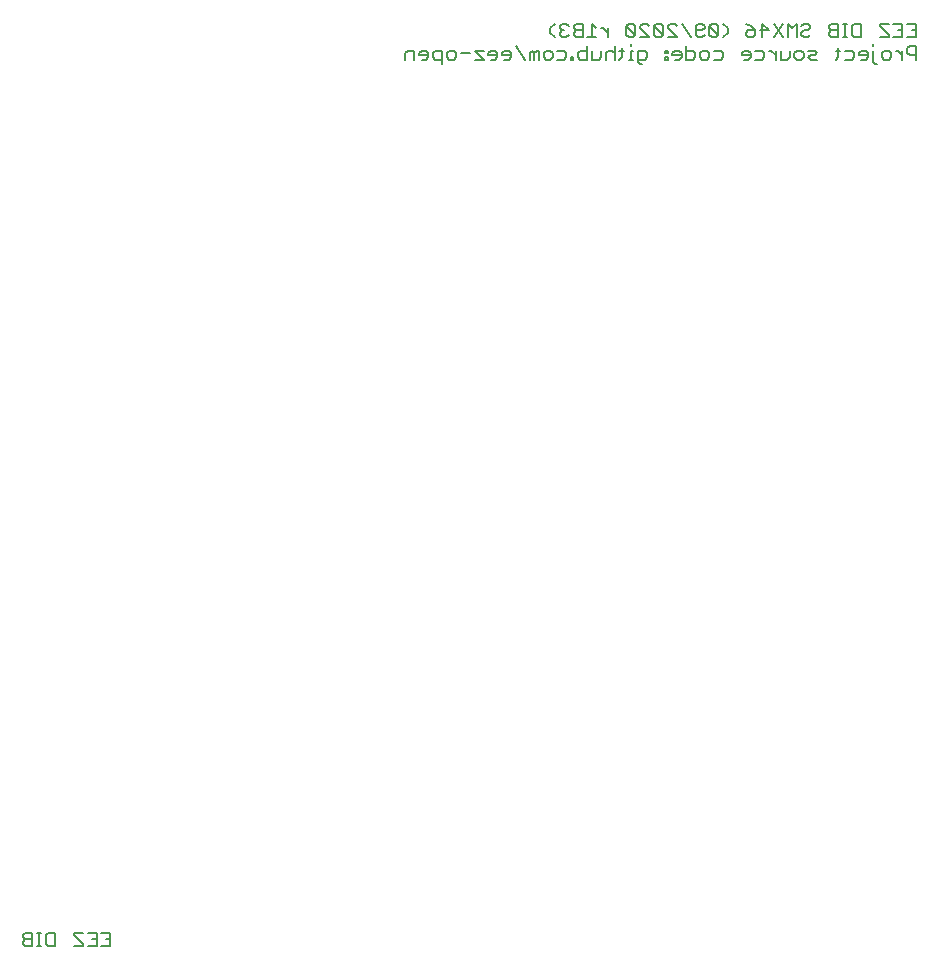
<source format=gbo>
G75*
%MOIN*%
%OFA0B0*%
%FSLAX25Y25*%
%IPPOS*%
%LPD*%
%AMOC8*
5,1,8,0,0,1.08239X$1,22.5*
%
%ADD10C,0.00500*%
D10*
X0359846Y0120520D02*
X0360597Y0119770D01*
X0362849Y0119770D01*
X0362849Y0124274D01*
X0360597Y0124274D01*
X0359846Y0123523D01*
X0359846Y0122772D01*
X0360597Y0122022D01*
X0362849Y0122022D01*
X0360597Y0122022D02*
X0359846Y0121271D01*
X0359846Y0120520D01*
X0364417Y0119770D02*
X0365918Y0119770D01*
X0365167Y0119770D02*
X0365167Y0124274D01*
X0364417Y0124274D02*
X0365918Y0124274D01*
X0367519Y0123523D02*
X0368270Y0124274D01*
X0370522Y0124274D01*
X0370522Y0119770D01*
X0368270Y0119770D01*
X0367519Y0120520D01*
X0367519Y0123523D01*
X0376727Y0123523D02*
X0379730Y0120520D01*
X0379730Y0119770D01*
X0376727Y0119770D01*
X0376727Y0123523D02*
X0376727Y0124274D01*
X0379730Y0124274D01*
X0381331Y0124274D02*
X0384334Y0124274D01*
X0384334Y0119770D01*
X0381331Y0119770D01*
X0382832Y0122022D02*
X0384334Y0122022D01*
X0385935Y0124274D02*
X0388938Y0124274D01*
X0388938Y0119770D01*
X0385935Y0119770D01*
X0387436Y0122022D02*
X0388938Y0122022D01*
X0487293Y0415254D02*
X0487293Y0417506D01*
X0488044Y0418256D01*
X0490296Y0418256D01*
X0490296Y0415254D01*
X0491897Y0416755D02*
X0494900Y0416755D01*
X0494900Y0416005D02*
X0494900Y0417506D01*
X0494149Y0418256D01*
X0492648Y0418256D01*
X0491897Y0417506D01*
X0491897Y0416755D01*
X0492648Y0415254D02*
X0494149Y0415254D01*
X0494900Y0416005D01*
X0496501Y0416005D02*
X0496501Y0417506D01*
X0497252Y0418256D01*
X0499503Y0418256D01*
X0499503Y0413753D01*
X0499503Y0415254D02*
X0497252Y0415254D01*
X0496501Y0416005D01*
X0501105Y0416005D02*
X0501105Y0417506D01*
X0501855Y0418256D01*
X0503357Y0418256D01*
X0504107Y0417506D01*
X0504107Y0416005D01*
X0503357Y0415254D01*
X0501855Y0415254D01*
X0501105Y0416005D01*
X0505709Y0417506D02*
X0508711Y0417506D01*
X0510313Y0418256D02*
X0513315Y0415254D01*
X0510313Y0415254D01*
X0510313Y0418256D02*
X0513315Y0418256D01*
X0514917Y0417506D02*
X0514917Y0416755D01*
X0517919Y0416755D01*
X0517919Y0416005D02*
X0517919Y0417506D01*
X0517169Y0418256D01*
X0515667Y0418256D01*
X0514917Y0417506D01*
X0515667Y0415254D02*
X0517169Y0415254D01*
X0517919Y0416005D01*
X0519521Y0416755D02*
X0522523Y0416755D01*
X0522523Y0416005D02*
X0522523Y0417506D01*
X0521772Y0418256D01*
X0520271Y0418256D01*
X0519521Y0417506D01*
X0519521Y0416755D01*
X0520271Y0415254D02*
X0521772Y0415254D01*
X0522523Y0416005D01*
X0524124Y0419758D02*
X0527127Y0415254D01*
X0528728Y0415254D02*
X0528728Y0417506D01*
X0529479Y0418256D01*
X0530230Y0417506D01*
X0530230Y0415254D01*
X0531731Y0415254D02*
X0531731Y0418256D01*
X0530980Y0418256D01*
X0530230Y0417506D01*
X0533332Y0417506D02*
X0533332Y0416005D01*
X0534083Y0415254D01*
X0535584Y0415254D01*
X0536335Y0416005D01*
X0536335Y0417506D01*
X0535584Y0418256D01*
X0534083Y0418256D01*
X0533332Y0417506D01*
X0537936Y0418256D02*
X0540188Y0418256D01*
X0540939Y0417506D01*
X0540939Y0416005D01*
X0540188Y0415254D01*
X0537936Y0415254D01*
X0542490Y0415254D02*
X0543241Y0415254D01*
X0543241Y0416005D01*
X0542490Y0416005D01*
X0542490Y0415254D01*
X0544842Y0416005D02*
X0544842Y0417506D01*
X0545593Y0418256D01*
X0547845Y0418256D01*
X0547845Y0419758D02*
X0547845Y0415254D01*
X0545593Y0415254D01*
X0544842Y0416005D01*
X0549446Y0415254D02*
X0549446Y0418256D01*
X0549446Y0415254D02*
X0551698Y0415254D01*
X0552449Y0416005D01*
X0552449Y0418256D01*
X0554050Y0417506D02*
X0554050Y0415254D01*
X0554050Y0417506D02*
X0554801Y0418256D01*
X0556302Y0418256D01*
X0557053Y0417506D01*
X0558621Y0418256D02*
X0560122Y0418256D01*
X0559371Y0419007D02*
X0559371Y0416005D01*
X0558621Y0415254D01*
X0557053Y0415254D02*
X0557053Y0419758D01*
X0554751Y0422754D02*
X0554751Y0425756D01*
X0554751Y0424255D02*
X0553249Y0425756D01*
X0552499Y0425756D01*
X0550914Y0425756D02*
X0549413Y0427258D01*
X0549413Y0422754D01*
X0550914Y0422754D02*
X0547911Y0422754D01*
X0546310Y0422754D02*
X0544058Y0422754D01*
X0543307Y0423505D01*
X0543307Y0424255D01*
X0544058Y0425006D01*
X0546310Y0425006D01*
X0546310Y0422754D02*
X0546310Y0427258D01*
X0544058Y0427258D01*
X0543307Y0426507D01*
X0543307Y0425756D01*
X0544058Y0425006D01*
X0541706Y0426507D02*
X0540955Y0427258D01*
X0539454Y0427258D01*
X0538704Y0426507D01*
X0538704Y0425756D01*
X0539454Y0425006D01*
X0538704Y0424255D01*
X0538704Y0423505D01*
X0539454Y0422754D01*
X0540955Y0422754D01*
X0541706Y0423505D01*
X0540205Y0425006D02*
X0539454Y0425006D01*
X0537102Y0427258D02*
X0535601Y0425756D01*
X0535601Y0424255D01*
X0537102Y0422754D01*
X0560956Y0423505D02*
X0561706Y0422754D01*
X0563208Y0422754D01*
X0563958Y0423505D01*
X0560956Y0426507D01*
X0560956Y0423505D01*
X0560956Y0426507D02*
X0561706Y0427258D01*
X0563208Y0427258D01*
X0563958Y0426507D01*
X0563958Y0423505D01*
X0565560Y0422754D02*
X0568562Y0422754D01*
X0565560Y0425756D01*
X0565560Y0426507D01*
X0566310Y0427258D01*
X0567812Y0427258D01*
X0568562Y0426507D01*
X0570164Y0426507D02*
X0573166Y0423505D01*
X0572416Y0422754D01*
X0570914Y0422754D01*
X0570164Y0423505D01*
X0570164Y0426507D01*
X0570914Y0427258D01*
X0572416Y0427258D01*
X0573166Y0426507D01*
X0573166Y0423505D01*
X0574768Y0422754D02*
X0577770Y0422754D01*
X0574768Y0425756D01*
X0574768Y0426507D01*
X0575518Y0427258D01*
X0577020Y0427258D01*
X0577770Y0426507D01*
X0579372Y0427258D02*
X0582374Y0422754D01*
X0583975Y0423505D02*
X0583975Y0426507D01*
X0584726Y0427258D01*
X0586227Y0427258D01*
X0586978Y0426507D01*
X0586978Y0425756D01*
X0586227Y0425006D01*
X0583975Y0425006D01*
X0583975Y0423505D02*
X0584726Y0422754D01*
X0586227Y0422754D01*
X0586978Y0423505D01*
X0588579Y0423505D02*
X0589330Y0422754D01*
X0590831Y0422754D01*
X0591582Y0423505D01*
X0588579Y0426507D01*
X0588579Y0423505D01*
X0588579Y0426507D02*
X0589330Y0427258D01*
X0590831Y0427258D01*
X0591582Y0426507D01*
X0591582Y0423505D01*
X0593150Y0422754D02*
X0594651Y0424255D01*
X0594651Y0425756D01*
X0593150Y0427258D01*
X0600857Y0427258D02*
X0602358Y0426507D01*
X0603859Y0425006D01*
X0601607Y0425006D01*
X0600857Y0424255D01*
X0600857Y0423505D01*
X0601607Y0422754D01*
X0603108Y0422754D01*
X0603859Y0423505D01*
X0603859Y0425006D01*
X0605460Y0425006D02*
X0608463Y0425006D01*
X0606211Y0427258D01*
X0606211Y0422754D01*
X0610064Y0422754D02*
X0613067Y0427258D01*
X0614668Y0427258D02*
X0614668Y0422754D01*
X0613067Y0422754D02*
X0610064Y0427258D01*
X0614668Y0427258D02*
X0616170Y0425756D01*
X0617671Y0427258D01*
X0617671Y0422754D01*
X0619272Y0423505D02*
X0620023Y0422754D01*
X0621524Y0422754D01*
X0622275Y0423505D01*
X0621524Y0425006D02*
X0620023Y0425006D01*
X0619272Y0424255D01*
X0619272Y0423505D01*
X0621524Y0425006D02*
X0622275Y0425756D01*
X0622275Y0426507D01*
X0621524Y0427258D01*
X0620023Y0427258D01*
X0619272Y0426507D01*
X0619222Y0418256D02*
X0619973Y0417506D01*
X0619973Y0416005D01*
X0619222Y0415254D01*
X0617721Y0415254D01*
X0616970Y0416005D01*
X0616970Y0417506D01*
X0617721Y0418256D01*
X0619222Y0418256D01*
X0621574Y0418256D02*
X0623826Y0418256D01*
X0624577Y0417506D01*
X0623826Y0416755D01*
X0622325Y0416755D01*
X0621574Y0416005D01*
X0622325Y0415254D01*
X0624577Y0415254D01*
X0630749Y0415254D02*
X0631499Y0416005D01*
X0631499Y0419007D01*
X0630749Y0418256D02*
X0632250Y0418256D01*
X0633851Y0418256D02*
X0636103Y0418256D01*
X0636854Y0417506D01*
X0636854Y0416005D01*
X0636103Y0415254D01*
X0633851Y0415254D01*
X0638455Y0416755D02*
X0641458Y0416755D01*
X0641458Y0416005D02*
X0641458Y0417506D01*
X0640707Y0418256D01*
X0639206Y0418256D01*
X0638455Y0417506D01*
X0638455Y0416755D01*
X0639206Y0415254D02*
X0640707Y0415254D01*
X0641458Y0416005D01*
X0643026Y0414503D02*
X0643026Y0418256D01*
X0643026Y0419758D02*
X0643026Y0420508D01*
X0645361Y0422754D02*
X0648364Y0422754D01*
X0648364Y0423505D01*
X0645361Y0426507D01*
X0645361Y0427258D01*
X0648364Y0427258D01*
X0649965Y0427258D02*
X0652968Y0427258D01*
X0652968Y0422754D01*
X0649965Y0422754D01*
X0651466Y0425006D02*
X0652968Y0425006D01*
X0654569Y0427258D02*
X0657572Y0427258D01*
X0657572Y0422754D01*
X0654569Y0422754D01*
X0656070Y0425006D02*
X0657572Y0425006D01*
X0657572Y0419758D02*
X0655320Y0419758D01*
X0654569Y0419007D01*
X0654569Y0417506D01*
X0655320Y0416755D01*
X0657572Y0416755D01*
X0657572Y0415254D02*
X0657572Y0419758D01*
X0652968Y0418256D02*
X0652968Y0415254D01*
X0652968Y0416755D02*
X0651466Y0418256D01*
X0650716Y0418256D01*
X0649131Y0417506D02*
X0649131Y0416005D01*
X0648380Y0415254D01*
X0646879Y0415254D01*
X0646128Y0416005D01*
X0646128Y0417506D01*
X0646879Y0418256D01*
X0648380Y0418256D01*
X0649131Y0417506D01*
X0644527Y0413753D02*
X0643776Y0413753D01*
X0643026Y0414503D01*
X0639156Y0422754D02*
X0636904Y0422754D01*
X0636153Y0423505D01*
X0636153Y0426507D01*
X0636904Y0427258D01*
X0639156Y0427258D01*
X0639156Y0422754D01*
X0634552Y0422754D02*
X0633051Y0422754D01*
X0633801Y0422754D02*
X0633801Y0427258D01*
X0633051Y0427258D02*
X0634552Y0427258D01*
X0631483Y0427258D02*
X0629231Y0427258D01*
X0628480Y0426507D01*
X0628480Y0425756D01*
X0629231Y0425006D01*
X0631483Y0425006D01*
X0631483Y0422754D02*
X0631483Y0427258D01*
X0629231Y0425006D02*
X0628480Y0424255D01*
X0628480Y0423505D01*
X0629231Y0422754D01*
X0631483Y0422754D01*
X0615369Y0418256D02*
X0615369Y0416005D01*
X0614618Y0415254D01*
X0612366Y0415254D01*
X0612366Y0418256D01*
X0610765Y0418256D02*
X0610765Y0415254D01*
X0610765Y0416755D02*
X0609264Y0418256D01*
X0608513Y0418256D01*
X0606928Y0417506D02*
X0606928Y0416005D01*
X0606178Y0415254D01*
X0603926Y0415254D01*
X0602324Y0416005D02*
X0602324Y0417506D01*
X0601574Y0418256D01*
X0600073Y0418256D01*
X0599322Y0417506D01*
X0599322Y0416755D01*
X0602324Y0416755D01*
X0602324Y0416005D02*
X0601574Y0415254D01*
X0600073Y0415254D01*
X0603926Y0418256D02*
X0606178Y0418256D01*
X0606928Y0417506D01*
X0593117Y0417506D02*
X0593117Y0416005D01*
X0592366Y0415254D01*
X0590114Y0415254D01*
X0588513Y0416005D02*
X0587762Y0415254D01*
X0586261Y0415254D01*
X0585510Y0416005D01*
X0585510Y0417506D01*
X0586261Y0418256D01*
X0587762Y0418256D01*
X0588513Y0417506D01*
X0588513Y0416005D01*
X0590114Y0418256D02*
X0592366Y0418256D01*
X0593117Y0417506D01*
X0583909Y0417506D02*
X0583909Y0416005D01*
X0583158Y0415254D01*
X0580906Y0415254D01*
X0580906Y0419758D01*
X0580906Y0418256D02*
X0583158Y0418256D01*
X0583909Y0417506D01*
X0579305Y0417506D02*
X0579305Y0416005D01*
X0578554Y0415254D01*
X0577053Y0415254D01*
X0576302Y0416755D02*
X0579305Y0416755D01*
X0579305Y0417506D02*
X0578554Y0418256D01*
X0577053Y0418256D01*
X0576302Y0417506D01*
X0576302Y0416755D01*
X0574701Y0416005D02*
X0574701Y0415254D01*
X0573950Y0415254D01*
X0573950Y0416005D01*
X0574701Y0416005D01*
X0574701Y0417506D02*
X0574701Y0418256D01*
X0573950Y0418256D01*
X0573950Y0417506D01*
X0574701Y0417506D01*
X0567795Y0417506D02*
X0567795Y0416005D01*
X0567044Y0415254D01*
X0564792Y0415254D01*
X0564792Y0414503D02*
X0564792Y0418256D01*
X0567044Y0418256D01*
X0567795Y0417506D01*
X0566294Y0413753D02*
X0565543Y0413753D01*
X0564792Y0414503D01*
X0563191Y0415254D02*
X0561690Y0415254D01*
X0562440Y0415254D02*
X0562440Y0418256D01*
X0563191Y0418256D01*
X0562440Y0419758D02*
X0562440Y0420508D01*
M02*

</source>
